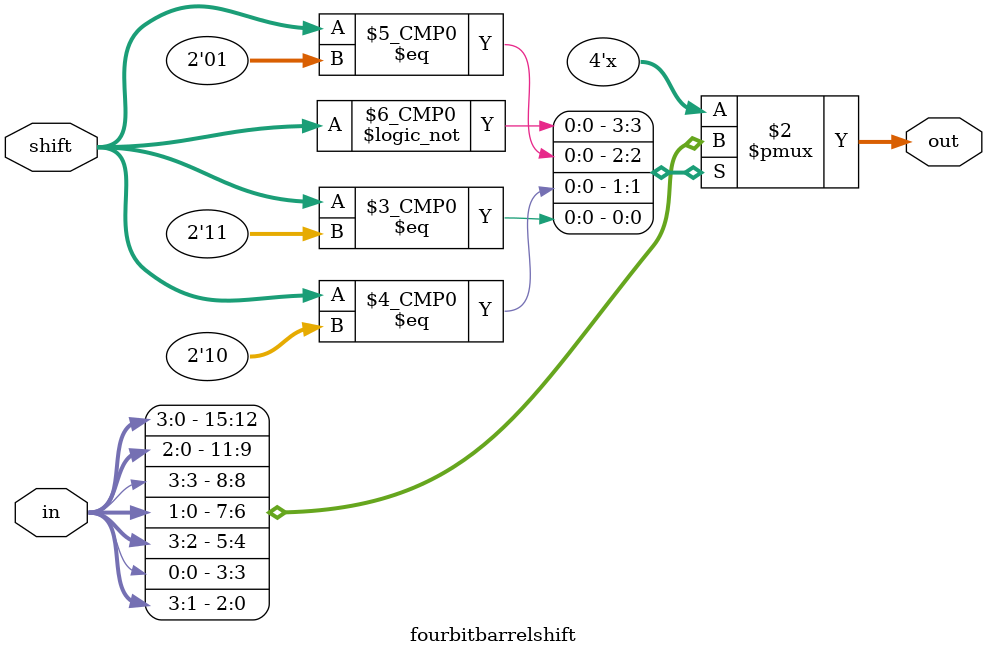
<source format=v>
`timescale 1ns / 1ps


module fourbitbarrelshift(
    input [1:0] shift,
    input [3:0] in,
    output reg [3:0] out
);

always @(*)
    case(shift)
        2'd0: out = in;
        2'd1: out = {in[2:0], in[3]};
        2'd2: out = {in[1:0], in[3:2]};
        2'd3: out = {in[0], in[3:1]};
    endcase

endmodule

</source>
